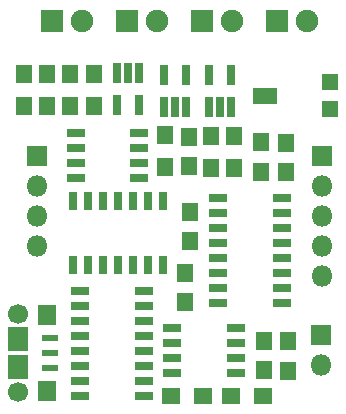
<source format=gts>
%TF.GenerationSoftware,KiCad,Pcbnew,4.0.7*%
%TF.CreationDate,2018-02-09T12:23:56+01:00*%
%TF.ProjectId,Metronome,4D6574726F6E6F6D652E6B696361645F,1.0*%
%TF.FileFunction,Soldermask,Top*%
%FSLAX46Y46*%
G04 Gerber Fmt 4.6, Leading zero omitted, Abs format (unit mm)*
G04 Created by KiCad (PCBNEW 4.0.7) date 02/09/18 12:23:56*
%MOMM*%
%LPD*%
G01*
G04 APERTURE LIST*
%ADD10C,0.127000*%
%ADD11R,1.450000X0.500000*%
%ADD12R,1.500000X1.700000*%
%ADD13C,1.700000*%
%ADD14R,1.700000X2.000000*%
%ADD15R,1.800000X1.800000*%
%ADD16O,1.800000X1.800000*%
%ADD17R,1.650000X0.700000*%
%ADD18R,1.350000X1.600000*%
%ADD19R,1.900000X1.900000*%
%ADD20C,1.900000*%
%ADD21R,1.400000X1.600000*%
%ADD22R,1.600000X1.400000*%
%ADD23R,1.400000X1.400000*%
%ADD24R,2.100000X1.400000*%
%ADD25R,1.600000X0.700000*%
%ADD26R,0.700000X1.600000*%
%ADD27R,0.750000X1.660000*%
G04 APERTURE END LIST*
D10*
D11*
X134526400Y-105837200D03*
X134526400Y-107137200D03*
X134526400Y-108437200D03*
D12*
X134301400Y-110337200D03*
D13*
X131851400Y-103837200D03*
D12*
X134301400Y-103937200D03*
D13*
X131851400Y-110437200D03*
D14*
X131851400Y-105937200D03*
X131851400Y-108337200D03*
D15*
X157568900Y-90436700D03*
D16*
X157568900Y-92976700D03*
X157568900Y-95516700D03*
X157568900Y-98056700D03*
X157568900Y-100596700D03*
D17*
X136707900Y-88531700D03*
X136707900Y-89801700D03*
X136707900Y-91071700D03*
X136707900Y-92341700D03*
X142107900Y-92341700D03*
X142107900Y-91071700D03*
X142107900Y-89801700D03*
X142107900Y-88531700D03*
D18*
X146265900Y-91305700D03*
X146265900Y-88805700D03*
X152615900Y-106097700D03*
X152615900Y-108597700D03*
X145948400Y-102842700D03*
X145948400Y-100342700D03*
X154711400Y-108641200D03*
X154711400Y-106141200D03*
X146392900Y-95155700D03*
X146392900Y-97655700D03*
X152361900Y-89293700D03*
X152361900Y-91793700D03*
X154520900Y-91813700D03*
X154520900Y-89313700D03*
D19*
X134708900Y-79006700D03*
D20*
X137248900Y-79006700D03*
D19*
X141058900Y-79006700D03*
D20*
X143598900Y-79006700D03*
D19*
X147408900Y-79006700D03*
D20*
X149948900Y-79006700D03*
D19*
X153758900Y-79006700D03*
D20*
X156298900Y-79006700D03*
D15*
X157505400Y-105613200D03*
D16*
X157505400Y-108153200D03*
D15*
X133438900Y-90436700D03*
D16*
X133438900Y-92976700D03*
X133438900Y-95516700D03*
X133438900Y-98056700D03*
D21*
X134264400Y-86198700D03*
X134264400Y-83498700D03*
X132295900Y-86215200D03*
X132295900Y-83515200D03*
X136232900Y-86198700D03*
X136232900Y-83498700D03*
X138264900Y-86198700D03*
X138264900Y-83498700D03*
X148170900Y-88785700D03*
X148170900Y-91485700D03*
X144233900Y-88705700D03*
X144233900Y-91405700D03*
D22*
X144788900Y-110756700D03*
X147488900Y-110756700D03*
X149868900Y-110756700D03*
X152568900Y-110756700D03*
D21*
X150075900Y-91452700D03*
X150075900Y-88752700D03*
D23*
X158203900Y-84206700D03*
D24*
X152703900Y-85356700D03*
D23*
X158203900Y-86506700D03*
D17*
X144868900Y-105041700D03*
X144868900Y-106311700D03*
X144868900Y-107581700D03*
X144868900Y-108851700D03*
X150268900Y-108851700D03*
X150268900Y-107581700D03*
X150268900Y-106311700D03*
X150268900Y-105041700D03*
D25*
X148772900Y-93992700D03*
X148772900Y-95262700D03*
X148772900Y-96532700D03*
X148772900Y-97802700D03*
X148772900Y-99072700D03*
X148772900Y-100342700D03*
X148772900Y-101612700D03*
X148772900Y-102882700D03*
X154172900Y-102882700D03*
X154172900Y-101612700D03*
X154172900Y-100342700D03*
X154172900Y-99072700D03*
X154172900Y-97802700D03*
X154172900Y-96532700D03*
X154172900Y-95262700D03*
X154172900Y-93992700D03*
X137088900Y-101866700D03*
X137088900Y-103136700D03*
X137088900Y-104406700D03*
X137088900Y-105676700D03*
X137088900Y-106946700D03*
X137088900Y-108216700D03*
X137088900Y-109486700D03*
X137088900Y-110756700D03*
X142488900Y-110756700D03*
X142488900Y-109486700D03*
X142488900Y-108216700D03*
X142488900Y-106946700D03*
X142488900Y-105676700D03*
X142488900Y-104406700D03*
X142488900Y-103136700D03*
X142488900Y-101866700D03*
D26*
X136486900Y-99646700D03*
X137756900Y-99646700D03*
X139026900Y-99646700D03*
X140296900Y-99646700D03*
X141566900Y-99646700D03*
X142836900Y-99646700D03*
X144106900Y-99646700D03*
X144106900Y-94246700D03*
X142836900Y-94246700D03*
X141566900Y-94246700D03*
X140296900Y-94246700D03*
X139026900Y-94246700D03*
X137756900Y-94246700D03*
X136486900Y-94246700D03*
D27*
X147982900Y-86325700D03*
X148932900Y-86325700D03*
X149882900Y-86325700D03*
X149882900Y-83625700D03*
X147982900Y-83625700D03*
X142074900Y-83451700D03*
X141124900Y-83451700D03*
X140174900Y-83451700D03*
X140174900Y-86151700D03*
X142074900Y-86151700D03*
X144172900Y-86325700D03*
X145122900Y-86325700D03*
X146072900Y-86325700D03*
X146072900Y-83625700D03*
X144172900Y-83625700D03*
M02*

</source>
